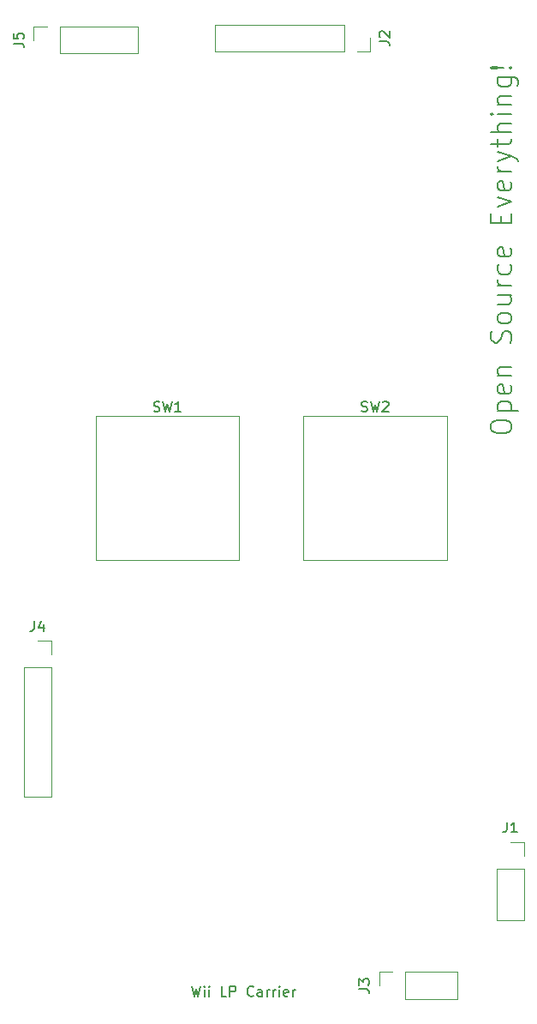
<source format=gto>
G04 #@! TF.GenerationSoftware,KiCad,Pcbnew,7.0.1*
G04 #@! TF.CreationDate,2023-12-15T11:31:03-05:00*
G04 #@! TF.ProjectId,strum,73747275-6d2e-46b6-9963-61645f706362,rev?*
G04 #@! TF.SameCoordinates,Original*
G04 #@! TF.FileFunction,Legend,Top*
G04 #@! TF.FilePolarity,Positive*
%FSLAX46Y46*%
G04 Gerber Fmt 4.6, Leading zero omitted, Abs format (unit mm)*
G04 Created by KiCad (PCBNEW 7.0.1) date 2023-12-15 11:31:03*
%MOMM*%
%LPD*%
G01*
G04 APERTURE LIST*
%ADD10C,0.150000*%
%ADD11C,0.120000*%
%ADD12R,1.700000X1.700000*%
%ADD13O,1.700000X1.700000*%
%ADD14O,1.500000X2.500000*%
%ADD15O,2.500000X1.500000*%
%ADD16C,1.750000*%
%ADD17C,4.000000*%
%ADD18C,2.500000*%
G04 APERTURE END LIST*
D10*
X145742857Y-133777619D02*
X145980952Y-134777619D01*
X145980952Y-134777619D02*
X146171428Y-134063333D01*
X146171428Y-134063333D02*
X146361904Y-134777619D01*
X146361904Y-134777619D02*
X146600000Y-133777619D01*
X146980952Y-134777619D02*
X146980952Y-134110952D01*
X146980952Y-133777619D02*
X146933333Y-133825238D01*
X146933333Y-133825238D02*
X146980952Y-133872857D01*
X146980952Y-133872857D02*
X147028571Y-133825238D01*
X147028571Y-133825238D02*
X146980952Y-133777619D01*
X146980952Y-133777619D02*
X146980952Y-133872857D01*
X147457142Y-134777619D02*
X147457142Y-134110952D01*
X147457142Y-133777619D02*
X147409523Y-133825238D01*
X147409523Y-133825238D02*
X147457142Y-133872857D01*
X147457142Y-133872857D02*
X147504761Y-133825238D01*
X147504761Y-133825238D02*
X147457142Y-133777619D01*
X147457142Y-133777619D02*
X147457142Y-133872857D01*
X149171427Y-134777619D02*
X148695237Y-134777619D01*
X148695237Y-134777619D02*
X148695237Y-133777619D01*
X149504761Y-134777619D02*
X149504761Y-133777619D01*
X149504761Y-133777619D02*
X149885713Y-133777619D01*
X149885713Y-133777619D02*
X149980951Y-133825238D01*
X149980951Y-133825238D02*
X150028570Y-133872857D01*
X150028570Y-133872857D02*
X150076189Y-133968095D01*
X150076189Y-133968095D02*
X150076189Y-134110952D01*
X150076189Y-134110952D02*
X150028570Y-134206190D01*
X150028570Y-134206190D02*
X149980951Y-134253809D01*
X149980951Y-134253809D02*
X149885713Y-134301428D01*
X149885713Y-134301428D02*
X149504761Y-134301428D01*
X151838094Y-134682380D02*
X151790475Y-134730000D01*
X151790475Y-134730000D02*
X151647618Y-134777619D01*
X151647618Y-134777619D02*
X151552380Y-134777619D01*
X151552380Y-134777619D02*
X151409523Y-134730000D01*
X151409523Y-134730000D02*
X151314285Y-134634761D01*
X151314285Y-134634761D02*
X151266666Y-134539523D01*
X151266666Y-134539523D02*
X151219047Y-134349047D01*
X151219047Y-134349047D02*
X151219047Y-134206190D01*
X151219047Y-134206190D02*
X151266666Y-134015714D01*
X151266666Y-134015714D02*
X151314285Y-133920476D01*
X151314285Y-133920476D02*
X151409523Y-133825238D01*
X151409523Y-133825238D02*
X151552380Y-133777619D01*
X151552380Y-133777619D02*
X151647618Y-133777619D01*
X151647618Y-133777619D02*
X151790475Y-133825238D01*
X151790475Y-133825238D02*
X151838094Y-133872857D01*
X152695237Y-134777619D02*
X152695237Y-134253809D01*
X152695237Y-134253809D02*
X152647618Y-134158571D01*
X152647618Y-134158571D02*
X152552380Y-134110952D01*
X152552380Y-134110952D02*
X152361904Y-134110952D01*
X152361904Y-134110952D02*
X152266666Y-134158571D01*
X152695237Y-134730000D02*
X152599999Y-134777619D01*
X152599999Y-134777619D02*
X152361904Y-134777619D01*
X152361904Y-134777619D02*
X152266666Y-134730000D01*
X152266666Y-134730000D02*
X152219047Y-134634761D01*
X152219047Y-134634761D02*
X152219047Y-134539523D01*
X152219047Y-134539523D02*
X152266666Y-134444285D01*
X152266666Y-134444285D02*
X152361904Y-134396666D01*
X152361904Y-134396666D02*
X152599999Y-134396666D01*
X152599999Y-134396666D02*
X152695237Y-134349047D01*
X153171428Y-134777619D02*
X153171428Y-134110952D01*
X153171428Y-134301428D02*
X153219047Y-134206190D01*
X153219047Y-134206190D02*
X153266666Y-134158571D01*
X153266666Y-134158571D02*
X153361904Y-134110952D01*
X153361904Y-134110952D02*
X153457142Y-134110952D01*
X153790476Y-134777619D02*
X153790476Y-134110952D01*
X153790476Y-134301428D02*
X153838095Y-134206190D01*
X153838095Y-134206190D02*
X153885714Y-134158571D01*
X153885714Y-134158571D02*
X153980952Y-134110952D01*
X153980952Y-134110952D02*
X154076190Y-134110952D01*
X154409524Y-134777619D02*
X154409524Y-134110952D01*
X154409524Y-133777619D02*
X154361905Y-133825238D01*
X154361905Y-133825238D02*
X154409524Y-133872857D01*
X154409524Y-133872857D02*
X154457143Y-133825238D01*
X154457143Y-133825238D02*
X154409524Y-133777619D01*
X154409524Y-133777619D02*
X154409524Y-133872857D01*
X155266666Y-134730000D02*
X155171428Y-134777619D01*
X155171428Y-134777619D02*
X154980952Y-134777619D01*
X154980952Y-134777619D02*
X154885714Y-134730000D01*
X154885714Y-134730000D02*
X154838095Y-134634761D01*
X154838095Y-134634761D02*
X154838095Y-134253809D01*
X154838095Y-134253809D02*
X154885714Y-134158571D01*
X154885714Y-134158571D02*
X154980952Y-134110952D01*
X154980952Y-134110952D02*
X155171428Y-134110952D01*
X155171428Y-134110952D02*
X155266666Y-134158571D01*
X155266666Y-134158571D02*
X155314285Y-134253809D01*
X155314285Y-134253809D02*
X155314285Y-134349047D01*
X155314285Y-134349047D02*
X154838095Y-134444285D01*
X155742857Y-134777619D02*
X155742857Y-134110952D01*
X155742857Y-134301428D02*
X155790476Y-134206190D01*
X155790476Y-134206190D02*
X155838095Y-134158571D01*
X155838095Y-134158571D02*
X155933333Y-134110952D01*
X155933333Y-134110952D02*
X156028571Y-134110952D01*
X175325238Y-78722857D02*
X175325238Y-78341904D01*
X175325238Y-78341904D02*
X175420476Y-78151428D01*
X175420476Y-78151428D02*
X175610952Y-77960952D01*
X175610952Y-77960952D02*
X175991904Y-77865714D01*
X175991904Y-77865714D02*
X176658571Y-77865714D01*
X176658571Y-77865714D02*
X177039523Y-77960952D01*
X177039523Y-77960952D02*
X177230000Y-78151428D01*
X177230000Y-78151428D02*
X177325238Y-78341904D01*
X177325238Y-78341904D02*
X177325238Y-78722857D01*
X177325238Y-78722857D02*
X177230000Y-78913333D01*
X177230000Y-78913333D02*
X177039523Y-79103809D01*
X177039523Y-79103809D02*
X176658571Y-79199047D01*
X176658571Y-79199047D02*
X175991904Y-79199047D01*
X175991904Y-79199047D02*
X175610952Y-79103809D01*
X175610952Y-79103809D02*
X175420476Y-78913333D01*
X175420476Y-78913333D02*
X175325238Y-78722857D01*
X175991904Y-77008571D02*
X177991904Y-77008571D01*
X176087142Y-77008571D02*
X175991904Y-76818095D01*
X175991904Y-76818095D02*
X175991904Y-76437142D01*
X175991904Y-76437142D02*
X176087142Y-76246666D01*
X176087142Y-76246666D02*
X176182380Y-76151428D01*
X176182380Y-76151428D02*
X176372857Y-76056190D01*
X176372857Y-76056190D02*
X176944285Y-76056190D01*
X176944285Y-76056190D02*
X177134761Y-76151428D01*
X177134761Y-76151428D02*
X177230000Y-76246666D01*
X177230000Y-76246666D02*
X177325238Y-76437142D01*
X177325238Y-76437142D02*
X177325238Y-76818095D01*
X177325238Y-76818095D02*
X177230000Y-77008571D01*
X177230000Y-74437142D02*
X177325238Y-74627618D01*
X177325238Y-74627618D02*
X177325238Y-75008571D01*
X177325238Y-75008571D02*
X177230000Y-75199047D01*
X177230000Y-75199047D02*
X177039523Y-75294285D01*
X177039523Y-75294285D02*
X176277619Y-75294285D01*
X176277619Y-75294285D02*
X176087142Y-75199047D01*
X176087142Y-75199047D02*
X175991904Y-75008571D01*
X175991904Y-75008571D02*
X175991904Y-74627618D01*
X175991904Y-74627618D02*
X176087142Y-74437142D01*
X176087142Y-74437142D02*
X176277619Y-74341904D01*
X176277619Y-74341904D02*
X176468095Y-74341904D01*
X176468095Y-74341904D02*
X176658571Y-75294285D01*
X175991904Y-73484761D02*
X177325238Y-73484761D01*
X176182380Y-73484761D02*
X176087142Y-73389523D01*
X176087142Y-73389523D02*
X175991904Y-73199047D01*
X175991904Y-73199047D02*
X175991904Y-72913332D01*
X175991904Y-72913332D02*
X176087142Y-72722856D01*
X176087142Y-72722856D02*
X176277619Y-72627618D01*
X176277619Y-72627618D02*
X177325238Y-72627618D01*
X177230000Y-70246665D02*
X177325238Y-69960951D01*
X177325238Y-69960951D02*
X177325238Y-69484760D01*
X177325238Y-69484760D02*
X177230000Y-69294284D01*
X177230000Y-69294284D02*
X177134761Y-69199046D01*
X177134761Y-69199046D02*
X176944285Y-69103808D01*
X176944285Y-69103808D02*
X176753809Y-69103808D01*
X176753809Y-69103808D02*
X176563333Y-69199046D01*
X176563333Y-69199046D02*
X176468095Y-69294284D01*
X176468095Y-69294284D02*
X176372857Y-69484760D01*
X176372857Y-69484760D02*
X176277619Y-69865713D01*
X176277619Y-69865713D02*
X176182380Y-70056189D01*
X176182380Y-70056189D02*
X176087142Y-70151427D01*
X176087142Y-70151427D02*
X175896666Y-70246665D01*
X175896666Y-70246665D02*
X175706190Y-70246665D01*
X175706190Y-70246665D02*
X175515714Y-70151427D01*
X175515714Y-70151427D02*
X175420476Y-70056189D01*
X175420476Y-70056189D02*
X175325238Y-69865713D01*
X175325238Y-69865713D02*
X175325238Y-69389522D01*
X175325238Y-69389522D02*
X175420476Y-69103808D01*
X177325238Y-67960951D02*
X177230000Y-68151427D01*
X177230000Y-68151427D02*
X177134761Y-68246665D01*
X177134761Y-68246665D02*
X176944285Y-68341903D01*
X176944285Y-68341903D02*
X176372857Y-68341903D01*
X176372857Y-68341903D02*
X176182380Y-68246665D01*
X176182380Y-68246665D02*
X176087142Y-68151427D01*
X176087142Y-68151427D02*
X175991904Y-67960951D01*
X175991904Y-67960951D02*
X175991904Y-67675236D01*
X175991904Y-67675236D02*
X176087142Y-67484760D01*
X176087142Y-67484760D02*
X176182380Y-67389522D01*
X176182380Y-67389522D02*
X176372857Y-67294284D01*
X176372857Y-67294284D02*
X176944285Y-67294284D01*
X176944285Y-67294284D02*
X177134761Y-67389522D01*
X177134761Y-67389522D02*
X177230000Y-67484760D01*
X177230000Y-67484760D02*
X177325238Y-67675236D01*
X177325238Y-67675236D02*
X177325238Y-67960951D01*
X175991904Y-65579998D02*
X177325238Y-65579998D01*
X175991904Y-66437141D02*
X177039523Y-66437141D01*
X177039523Y-66437141D02*
X177230000Y-66341903D01*
X177230000Y-66341903D02*
X177325238Y-66151427D01*
X177325238Y-66151427D02*
X177325238Y-65865712D01*
X177325238Y-65865712D02*
X177230000Y-65675236D01*
X177230000Y-65675236D02*
X177134761Y-65579998D01*
X177325238Y-64627617D02*
X175991904Y-64627617D01*
X176372857Y-64627617D02*
X176182380Y-64532379D01*
X176182380Y-64532379D02*
X176087142Y-64437141D01*
X176087142Y-64437141D02*
X175991904Y-64246665D01*
X175991904Y-64246665D02*
X175991904Y-64056188D01*
X177230000Y-62532379D02*
X177325238Y-62722855D01*
X177325238Y-62722855D02*
X177325238Y-63103808D01*
X177325238Y-63103808D02*
X177230000Y-63294284D01*
X177230000Y-63294284D02*
X177134761Y-63389522D01*
X177134761Y-63389522D02*
X176944285Y-63484760D01*
X176944285Y-63484760D02*
X176372857Y-63484760D01*
X176372857Y-63484760D02*
X176182380Y-63389522D01*
X176182380Y-63389522D02*
X176087142Y-63294284D01*
X176087142Y-63294284D02*
X175991904Y-63103808D01*
X175991904Y-63103808D02*
X175991904Y-62722855D01*
X175991904Y-62722855D02*
X176087142Y-62532379D01*
X177230000Y-60913331D02*
X177325238Y-61103807D01*
X177325238Y-61103807D02*
X177325238Y-61484760D01*
X177325238Y-61484760D02*
X177230000Y-61675236D01*
X177230000Y-61675236D02*
X177039523Y-61770474D01*
X177039523Y-61770474D02*
X176277619Y-61770474D01*
X176277619Y-61770474D02*
X176087142Y-61675236D01*
X176087142Y-61675236D02*
X175991904Y-61484760D01*
X175991904Y-61484760D02*
X175991904Y-61103807D01*
X175991904Y-61103807D02*
X176087142Y-60913331D01*
X176087142Y-60913331D02*
X176277619Y-60818093D01*
X176277619Y-60818093D02*
X176468095Y-60818093D01*
X176468095Y-60818093D02*
X176658571Y-61770474D01*
X176277619Y-58437140D02*
X176277619Y-57770473D01*
X177325238Y-57484759D02*
X177325238Y-58437140D01*
X177325238Y-58437140D02*
X175325238Y-58437140D01*
X175325238Y-58437140D02*
X175325238Y-57484759D01*
X175991904Y-56818092D02*
X177325238Y-56341902D01*
X177325238Y-56341902D02*
X175991904Y-55865711D01*
X177230000Y-54341901D02*
X177325238Y-54532377D01*
X177325238Y-54532377D02*
X177325238Y-54913330D01*
X177325238Y-54913330D02*
X177230000Y-55103806D01*
X177230000Y-55103806D02*
X177039523Y-55199044D01*
X177039523Y-55199044D02*
X176277619Y-55199044D01*
X176277619Y-55199044D02*
X176087142Y-55103806D01*
X176087142Y-55103806D02*
X175991904Y-54913330D01*
X175991904Y-54913330D02*
X175991904Y-54532377D01*
X175991904Y-54532377D02*
X176087142Y-54341901D01*
X176087142Y-54341901D02*
X176277619Y-54246663D01*
X176277619Y-54246663D02*
X176468095Y-54246663D01*
X176468095Y-54246663D02*
X176658571Y-55199044D01*
X177325238Y-53389520D02*
X175991904Y-53389520D01*
X176372857Y-53389520D02*
X176182380Y-53294282D01*
X176182380Y-53294282D02*
X176087142Y-53199044D01*
X176087142Y-53199044D02*
X175991904Y-53008568D01*
X175991904Y-53008568D02*
X175991904Y-52818091D01*
X175991904Y-52341901D02*
X177325238Y-51865711D01*
X175991904Y-51389520D02*
X177325238Y-51865711D01*
X177325238Y-51865711D02*
X177801428Y-52056187D01*
X177801428Y-52056187D02*
X177896666Y-52151425D01*
X177896666Y-52151425D02*
X177991904Y-52341901D01*
X175991904Y-50913329D02*
X175991904Y-50151425D01*
X175325238Y-50627615D02*
X177039523Y-50627615D01*
X177039523Y-50627615D02*
X177230000Y-50532377D01*
X177230000Y-50532377D02*
X177325238Y-50341901D01*
X177325238Y-50341901D02*
X177325238Y-50151425D01*
X177325238Y-49484758D02*
X175325238Y-49484758D01*
X177325238Y-48627615D02*
X176277619Y-48627615D01*
X176277619Y-48627615D02*
X176087142Y-48722853D01*
X176087142Y-48722853D02*
X175991904Y-48913329D01*
X175991904Y-48913329D02*
X175991904Y-49199044D01*
X175991904Y-49199044D02*
X176087142Y-49389520D01*
X176087142Y-49389520D02*
X176182380Y-49484758D01*
X177325238Y-47675234D02*
X175991904Y-47675234D01*
X175325238Y-47675234D02*
X175420476Y-47770472D01*
X175420476Y-47770472D02*
X175515714Y-47675234D01*
X175515714Y-47675234D02*
X175420476Y-47579996D01*
X175420476Y-47579996D02*
X175325238Y-47675234D01*
X175325238Y-47675234D02*
X175515714Y-47675234D01*
X175991904Y-46722853D02*
X177325238Y-46722853D01*
X176182380Y-46722853D02*
X176087142Y-46627615D01*
X176087142Y-46627615D02*
X175991904Y-46437139D01*
X175991904Y-46437139D02*
X175991904Y-46151424D01*
X175991904Y-46151424D02*
X176087142Y-45960948D01*
X176087142Y-45960948D02*
X176277619Y-45865710D01*
X176277619Y-45865710D02*
X177325238Y-45865710D01*
X175991904Y-44056186D02*
X177610952Y-44056186D01*
X177610952Y-44056186D02*
X177801428Y-44151424D01*
X177801428Y-44151424D02*
X177896666Y-44246662D01*
X177896666Y-44246662D02*
X177991904Y-44437139D01*
X177991904Y-44437139D02*
X177991904Y-44722853D01*
X177991904Y-44722853D02*
X177896666Y-44913329D01*
X177230000Y-44056186D02*
X177325238Y-44246662D01*
X177325238Y-44246662D02*
X177325238Y-44627615D01*
X177325238Y-44627615D02*
X177230000Y-44818091D01*
X177230000Y-44818091D02*
X177134761Y-44913329D01*
X177134761Y-44913329D02*
X176944285Y-45008567D01*
X176944285Y-45008567D02*
X176372857Y-45008567D01*
X176372857Y-45008567D02*
X176182380Y-44913329D01*
X176182380Y-44913329D02*
X176087142Y-44818091D01*
X176087142Y-44818091D02*
X175991904Y-44627615D01*
X175991904Y-44627615D02*
X175991904Y-44246662D01*
X175991904Y-44246662D02*
X176087142Y-44056186D01*
X177134761Y-43103805D02*
X177230000Y-43008567D01*
X177230000Y-43008567D02*
X177325238Y-43103805D01*
X177325238Y-43103805D02*
X177230000Y-43199043D01*
X177230000Y-43199043D02*
X177134761Y-43103805D01*
X177134761Y-43103805D02*
X177325238Y-43103805D01*
X176563333Y-43103805D02*
X175420476Y-43199043D01*
X175420476Y-43199043D02*
X175325238Y-43103805D01*
X175325238Y-43103805D02*
X175420476Y-43008567D01*
X175420476Y-43008567D02*
X176563333Y-43103805D01*
X176563333Y-43103805D02*
X175325238Y-43103805D01*
X128122619Y-40693333D02*
X128836904Y-40693333D01*
X128836904Y-40693333D02*
X128979761Y-40740952D01*
X128979761Y-40740952D02*
X129075000Y-40836190D01*
X129075000Y-40836190D02*
X129122619Y-40979047D01*
X129122619Y-40979047D02*
X129122619Y-41074285D01*
X128122619Y-39740952D02*
X128122619Y-40217142D01*
X128122619Y-40217142D02*
X128598809Y-40264761D01*
X128598809Y-40264761D02*
X128551190Y-40217142D01*
X128551190Y-40217142D02*
X128503571Y-40121904D01*
X128503571Y-40121904D02*
X128503571Y-39883809D01*
X128503571Y-39883809D02*
X128551190Y-39788571D01*
X128551190Y-39788571D02*
X128598809Y-39740952D01*
X128598809Y-39740952D02*
X128694047Y-39693333D01*
X128694047Y-39693333D02*
X128932142Y-39693333D01*
X128932142Y-39693333D02*
X129027380Y-39740952D01*
X129027380Y-39740952D02*
X129075000Y-39788571D01*
X129075000Y-39788571D02*
X129122619Y-39883809D01*
X129122619Y-39883809D02*
X129122619Y-40121904D01*
X129122619Y-40121904D02*
X129075000Y-40217142D01*
X129075000Y-40217142D02*
X129027380Y-40264761D01*
X130166666Y-97722619D02*
X130166666Y-98436904D01*
X130166666Y-98436904D02*
X130119047Y-98579761D01*
X130119047Y-98579761D02*
X130023809Y-98675000D01*
X130023809Y-98675000D02*
X129880952Y-98722619D01*
X129880952Y-98722619D02*
X129785714Y-98722619D01*
X131071428Y-98055952D02*
X131071428Y-98722619D01*
X130833333Y-97675000D02*
X130595238Y-98389285D01*
X130595238Y-98389285D02*
X131214285Y-98389285D01*
X162516667Y-77005000D02*
X162659524Y-77052619D01*
X162659524Y-77052619D02*
X162897619Y-77052619D01*
X162897619Y-77052619D02*
X162992857Y-77005000D01*
X162992857Y-77005000D02*
X163040476Y-76957380D01*
X163040476Y-76957380D02*
X163088095Y-76862142D01*
X163088095Y-76862142D02*
X163088095Y-76766904D01*
X163088095Y-76766904D02*
X163040476Y-76671666D01*
X163040476Y-76671666D02*
X162992857Y-76624047D01*
X162992857Y-76624047D02*
X162897619Y-76576428D01*
X162897619Y-76576428D02*
X162707143Y-76528809D01*
X162707143Y-76528809D02*
X162611905Y-76481190D01*
X162611905Y-76481190D02*
X162564286Y-76433571D01*
X162564286Y-76433571D02*
X162516667Y-76338333D01*
X162516667Y-76338333D02*
X162516667Y-76243095D01*
X162516667Y-76243095D02*
X162564286Y-76147857D01*
X162564286Y-76147857D02*
X162611905Y-76100238D01*
X162611905Y-76100238D02*
X162707143Y-76052619D01*
X162707143Y-76052619D02*
X162945238Y-76052619D01*
X162945238Y-76052619D02*
X163088095Y-76100238D01*
X163421429Y-76052619D02*
X163659524Y-77052619D01*
X163659524Y-77052619D02*
X163850000Y-76338333D01*
X163850000Y-76338333D02*
X164040476Y-77052619D01*
X164040476Y-77052619D02*
X164278572Y-76052619D01*
X164611905Y-76147857D02*
X164659524Y-76100238D01*
X164659524Y-76100238D02*
X164754762Y-76052619D01*
X164754762Y-76052619D02*
X164992857Y-76052619D01*
X164992857Y-76052619D02*
X165088095Y-76100238D01*
X165088095Y-76100238D02*
X165135714Y-76147857D01*
X165135714Y-76147857D02*
X165183333Y-76243095D01*
X165183333Y-76243095D02*
X165183333Y-76338333D01*
X165183333Y-76338333D02*
X165135714Y-76481190D01*
X165135714Y-76481190D02*
X164564286Y-77052619D01*
X164564286Y-77052619D02*
X165183333Y-77052619D01*
X141996667Y-76995000D02*
X142139524Y-77042619D01*
X142139524Y-77042619D02*
X142377619Y-77042619D01*
X142377619Y-77042619D02*
X142472857Y-76995000D01*
X142472857Y-76995000D02*
X142520476Y-76947380D01*
X142520476Y-76947380D02*
X142568095Y-76852142D01*
X142568095Y-76852142D02*
X142568095Y-76756904D01*
X142568095Y-76756904D02*
X142520476Y-76661666D01*
X142520476Y-76661666D02*
X142472857Y-76614047D01*
X142472857Y-76614047D02*
X142377619Y-76566428D01*
X142377619Y-76566428D02*
X142187143Y-76518809D01*
X142187143Y-76518809D02*
X142091905Y-76471190D01*
X142091905Y-76471190D02*
X142044286Y-76423571D01*
X142044286Y-76423571D02*
X141996667Y-76328333D01*
X141996667Y-76328333D02*
X141996667Y-76233095D01*
X141996667Y-76233095D02*
X142044286Y-76137857D01*
X142044286Y-76137857D02*
X142091905Y-76090238D01*
X142091905Y-76090238D02*
X142187143Y-76042619D01*
X142187143Y-76042619D02*
X142425238Y-76042619D01*
X142425238Y-76042619D02*
X142568095Y-76090238D01*
X142901429Y-76042619D02*
X143139524Y-77042619D01*
X143139524Y-77042619D02*
X143330000Y-76328333D01*
X143330000Y-76328333D02*
X143520476Y-77042619D01*
X143520476Y-77042619D02*
X143758572Y-76042619D01*
X144663333Y-77042619D02*
X144091905Y-77042619D01*
X144377619Y-77042619D02*
X144377619Y-76042619D01*
X144377619Y-76042619D02*
X144282381Y-76185476D01*
X144282381Y-76185476D02*
X144187143Y-76280714D01*
X144187143Y-76280714D02*
X144091905Y-76328333D01*
X162272619Y-134043333D02*
X162986904Y-134043333D01*
X162986904Y-134043333D02*
X163129761Y-134090952D01*
X163129761Y-134090952D02*
X163225000Y-134186190D01*
X163225000Y-134186190D02*
X163272619Y-134329047D01*
X163272619Y-134329047D02*
X163272619Y-134424285D01*
X162272619Y-133662380D02*
X162272619Y-133043333D01*
X162272619Y-133043333D02*
X162653571Y-133376666D01*
X162653571Y-133376666D02*
X162653571Y-133233809D01*
X162653571Y-133233809D02*
X162701190Y-133138571D01*
X162701190Y-133138571D02*
X162748809Y-133090952D01*
X162748809Y-133090952D02*
X162844047Y-133043333D01*
X162844047Y-133043333D02*
X163082142Y-133043333D01*
X163082142Y-133043333D02*
X163177380Y-133090952D01*
X163177380Y-133090952D02*
X163225000Y-133138571D01*
X163225000Y-133138571D02*
X163272619Y-133233809D01*
X163272619Y-133233809D02*
X163272619Y-133519523D01*
X163272619Y-133519523D02*
X163225000Y-133614761D01*
X163225000Y-133614761D02*
X163177380Y-133662380D01*
X164282619Y-40493333D02*
X164996904Y-40493333D01*
X164996904Y-40493333D02*
X165139761Y-40540952D01*
X165139761Y-40540952D02*
X165235000Y-40636190D01*
X165235000Y-40636190D02*
X165282619Y-40779047D01*
X165282619Y-40779047D02*
X165282619Y-40874285D01*
X164377857Y-40064761D02*
X164330238Y-40017142D01*
X164330238Y-40017142D02*
X164282619Y-39921904D01*
X164282619Y-39921904D02*
X164282619Y-39683809D01*
X164282619Y-39683809D02*
X164330238Y-39588571D01*
X164330238Y-39588571D02*
X164377857Y-39540952D01*
X164377857Y-39540952D02*
X164473095Y-39493333D01*
X164473095Y-39493333D02*
X164568333Y-39493333D01*
X164568333Y-39493333D02*
X164711190Y-39540952D01*
X164711190Y-39540952D02*
X165282619Y-40112380D01*
X165282619Y-40112380D02*
X165282619Y-39493333D01*
X176896666Y-117572619D02*
X176896666Y-118286904D01*
X176896666Y-118286904D02*
X176849047Y-118429761D01*
X176849047Y-118429761D02*
X176753809Y-118525000D01*
X176753809Y-118525000D02*
X176610952Y-118572619D01*
X176610952Y-118572619D02*
X176515714Y-118572619D01*
X177896666Y-118572619D02*
X177325238Y-118572619D01*
X177610952Y-118572619D02*
X177610952Y-117572619D01*
X177610952Y-117572619D02*
X177515714Y-117715476D01*
X177515714Y-117715476D02*
X177420476Y-117810714D01*
X177420476Y-117810714D02*
X177325238Y-117858333D01*
D11*
X130100000Y-40360000D02*
X130100000Y-39030000D01*
X130100000Y-39030000D02*
X131430000Y-39030000D01*
X132700000Y-41690000D02*
X140380000Y-41690000D01*
X132700000Y-41690000D02*
X132700000Y-39030000D01*
X132700000Y-39030000D02*
X140380000Y-39030000D01*
X140380000Y-41690000D02*
X140380000Y-39030000D01*
X129170000Y-115060000D02*
X131830000Y-115060000D01*
X129170000Y-102300000D02*
X129170000Y-115060000D01*
X131830000Y-99700000D02*
X131830000Y-101030000D01*
X131830000Y-102300000D02*
X131830000Y-115060000D01*
X129170000Y-102300000D02*
X131830000Y-102300000D01*
X130500000Y-99700000D02*
X131830000Y-99700000D01*
X170950000Y-77490000D02*
X156750000Y-77490000D01*
X170950000Y-91690000D02*
X170950000Y-77490000D01*
X156750000Y-91690000D02*
X170950000Y-91690000D01*
X156750000Y-77490000D02*
X156750000Y-91690000D01*
X136230000Y-77480000D02*
X136230000Y-91680000D01*
X136230000Y-91680000D02*
X150430000Y-91680000D01*
X150430000Y-91680000D02*
X150430000Y-77480000D01*
X150430000Y-77480000D02*
X136230000Y-77480000D01*
X171990000Y-135040000D02*
X171990000Y-132380000D01*
X164250000Y-132380000D02*
X165580000Y-132380000D01*
X166850000Y-135040000D02*
X166850000Y-132380000D01*
X166850000Y-135040000D02*
X171990000Y-135040000D01*
X166850000Y-132380000D02*
X171990000Y-132380000D01*
X164250000Y-133710000D02*
X164250000Y-132380000D01*
X148020000Y-38830000D02*
X148020000Y-41490000D01*
X160780000Y-38830000D02*
X148020000Y-38830000D01*
X163380000Y-41490000D02*
X162050000Y-41490000D01*
X160780000Y-41490000D02*
X148020000Y-41490000D01*
X160780000Y-38830000D02*
X160780000Y-41490000D01*
X163380000Y-40160000D02*
X163380000Y-41490000D01*
X177230000Y-119550000D02*
X178560000Y-119550000D01*
X178560000Y-122150000D02*
X178560000Y-127290000D01*
X175900000Y-122150000D02*
X175900000Y-127290000D01*
X175900000Y-122150000D02*
X178560000Y-122150000D01*
X178560000Y-119550000D02*
X178560000Y-120880000D01*
X175900000Y-127290000D02*
X178560000Y-127290000D01*
%LPC*%
D12*
X131430000Y-40360000D03*
D13*
X133970000Y-40360000D03*
X136510000Y-40360000D03*
X139050000Y-40360000D03*
D12*
X130500000Y-101030000D03*
D13*
X130500000Y-103570000D03*
X130500000Y-106110000D03*
X130500000Y-108650000D03*
X130500000Y-111190000D03*
X130500000Y-113730000D03*
D14*
X177750000Y-99400000D03*
X175210000Y-99400000D03*
X172670000Y-99400000D03*
X170130000Y-99400000D03*
X167590000Y-99400000D03*
X165050000Y-99400000D03*
X162510000Y-99400000D03*
X159970000Y-99400000D03*
X157430000Y-99400000D03*
D15*
X156930000Y-102440000D03*
X156930000Y-104980000D03*
X156930000Y-107520000D03*
X156930000Y-110060000D03*
X156930000Y-112600000D03*
D14*
X157430000Y-115640000D03*
X159970000Y-115640000D03*
X162510000Y-115640000D03*
X165050000Y-115640000D03*
X167590000Y-115640000D03*
X170130000Y-115640000D03*
X172670000Y-115640000D03*
X175210000Y-115640000D03*
X177750000Y-115640000D03*
D16*
X168930000Y-84590000D03*
X158770000Y-84590000D03*
D17*
X163850000Y-84590000D03*
D18*
X166390000Y-79510000D03*
X160040000Y-82050000D03*
X139520000Y-82040000D03*
X145870000Y-79500000D03*
D17*
X143330000Y-84580000D03*
D16*
X138250000Y-84580000D03*
X148410000Y-84580000D03*
D13*
X170660000Y-133710000D03*
X168120000Y-133710000D03*
D12*
X165580000Y-133710000D03*
X162050000Y-40160000D03*
D13*
X159510000Y-40160000D03*
X156970000Y-40160000D03*
X154430000Y-40160000D03*
X151890000Y-40160000D03*
X149350000Y-40160000D03*
D12*
X177230000Y-120880000D03*
D13*
X177230000Y-123420000D03*
X177230000Y-125960000D03*
M02*

</source>
